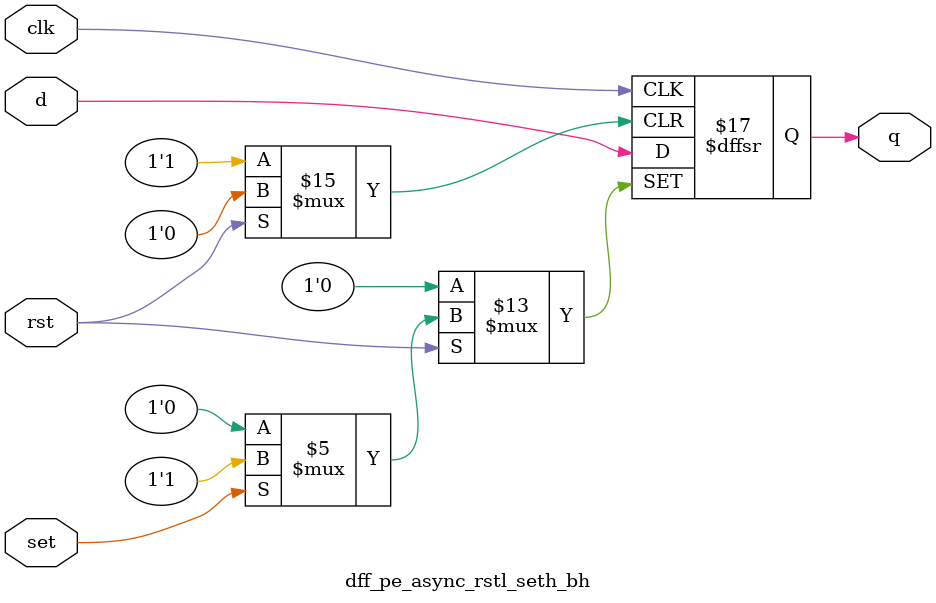
<source format=v>

module dff_pe_async_rstl_seth_bh(q,d,clk,rst,set);

input		d,clk,rst,set;
output	reg	q;

always @(posedge clk, negedge rst, posedge set)
	if(!rst)
		q <= 1'b0;
	else if(set)
		q <= 1'b1;
	else
		q <= d;

endmodule
</source>
